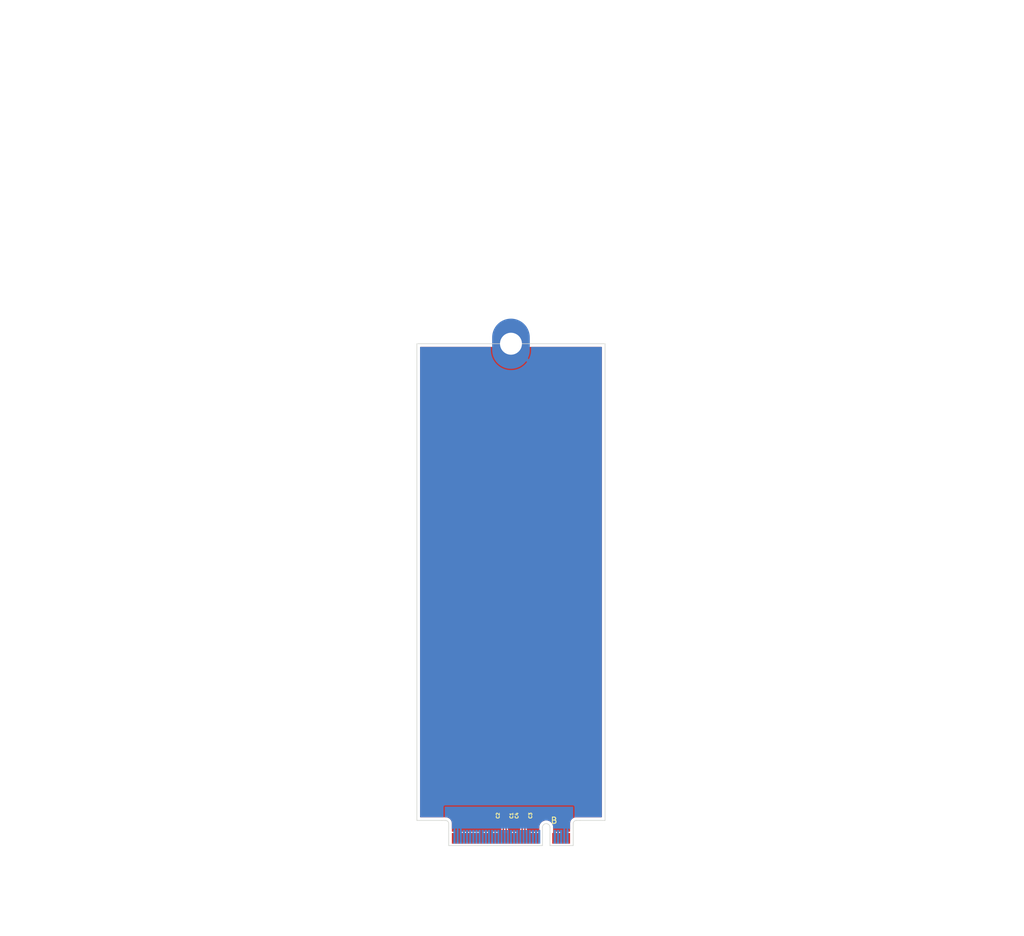
<source format=kicad_pcb>
(kicad_pcb (version 20241229) (generator "pcbnew") (generator_version "9.0")
  (layers (0 "F.Cu" signal) (2 "B.Cu" signal) (13 "F.Paste" user) (15 "B.Paste" user) (5 "F.SilkS" user "F.Silkscreen") (7 "B.SilkS" user "B.Silkscreen") (1 "F.Mask" user) (3 "B.Mask" user) (25 "Edge.Cuts" user))
  (net 0 "")
  (net 1 "/M.2 B key/PET1N")
  (net 2 "/M.2 B key/PET1P")
  (net 3 "/M.2 B key/PET0P")
  (net 4 "/M.2 B key/PET0N")
  (net 5 "/PET1-")
  (net 6 "/PET0-")
  (net 7 "/CONFIG_3")
  (net 8 "+3.3V")
  (net 9 "GND")
  (net 10 "/FULL_CARD_PWR_OFF#")
  (net 11 "/USB_D+")
  (net 12 "/W_DISABLE1#")
  (net 13 "/USB_D-")
  (net 14 "/GPIO_9{slash}LED#1")
  (net 15 "/GPIO_5")
  (net 16 "/CONFIG_0")
  (net 17 "/GPIO_6")
  (net 18 "/DPR")
  (net 19 "/GPIO_7")
  (net 20 "/GPIO_11")
  (net 21 "/GPIO_10")
  (net 22 "/GPIO_8")
  (net 23 "/UIM-RESET")
  (net 24 "/UIM-CLK")
  (net 25 "/UIM-DATA")
  (net 26 "/PER1-")
  (net 27 "/UIM-PWR")
  (net 28 "/PER1+")
  (net 29 "/DEVSLP")
  (net 30 "/GPIO_0")
  (net 31 "/GPIO_1")
  (net 32 "/GPIO_2")
  (net 33 "/GPIO_3")
  (net 34 "/PER0-")
  (net 35 "/GPIO_4")
  (net 36 "/PER0+")
  (net 37 "/PERST#")
  (net 38 "/CLKREQ#")
  (net 39 "/REFCLK-")
  (net 40 "/PEWAKE#")
  (net 41 "/REFCLK+")
  (net 44 "/ANTCTL0")
  (net 46 "/ANTCTL1")
  (net 48 "/ANTCTL2")
  (net 50 "/ANTCTL3")
  (net 51 "/SIM_DETECT")
  (net 52 "/RESET#")
  (net 53 "/SUSCLK")
  (net 54 "/CONFIG_1")
  (net 55 "/CONFIG_2")
  (net 56 "/PET0+")
  (net 57 "/PET1+")
  (footprint "Capacitor_SMD:C_0201_0603Metric" (layer "F.Cu") (at 107.66 150.41 90)
    (property "Reference" "C2" (at 0 -0.73 90) (layer "F.SilkS") (effects (font (size 0.5 0.5))))
    (property "Value" "220nF")
    (pad "1" smd roundrect (at -0.32 0 90) (size 0.46 0.4) (layers "F.Cu" "F.Mask") (net 3 "/M.2 B key/PET0P"))
    (pad "2" smd roundrect (at 0.32 0 90) (size 0.46 0.4) (layers "F.Cu" "F.Mask") (net 56 "/PET0+"))
  )
  (footprint "Capacitor_SMD:C_0201_0603Metric" (layer "F.Cu") (at 111.36 150.41 90)
    (property "Reference" "C3" (at 0 0.75 90) (layer "F.SilkS") (effects (font (size 0.5 0.5))))
    (property "Value" "220nF")
    (pad "1" smd roundrect (at -0.32 0 90) (size 0.46 0.4) (layers "F.Cu" "F.Mask") (net 1 "/M.2 B key/PET1N"))
    (pad "2" smd roundrect (at 0.32 0 90) (size 0.46 0.4) (layers "F.Cu" "F.Mask") (net 5 "/PET1-"))
  )
  (footprint "Capacitor_SMD:C_0201_0603Metric" (layer "F.Cu") (at 108.36 150.41 90)
    (property "Reference" "C1" (at 0 0.73 270) (layer "F.SilkS") (effects (font (size 0.5 0.5))))
    (property "Value" "220nF")
    (pad "1" smd roundrect (at -0.32 0 90) (size 0.46 0.4) (layers "F.Cu" "F.Mask") (net 4 "/M.2 B key/PET0N"))
    (pad "2" smd roundrect (at 0.32 0 90) (size 0.46 0.4) (layers "F.Cu" "F.Mask") (net 6 "/PET0-"))
  )
  (footprint "PCIexpress:M.2 B Key Connector" (layer "F.Cu") (at 109.01 154.07)
    (property "Reference" "J1")
    (property "Value" "~")
    (fp_line (start -11 -2.89) (end -10.425 -2.89) (stroke (width 0.1)) (layer "Edge.Cuts"))
    (fp_line (start -9.925 -2.39) (end -9.925 1.11) (stroke (width 0.1)) (layer "Edge.Cuts"))
    (fp_line (start 5.02 -1.79) (end 5.02 1.11) (stroke (width 0.1)) (layer "Edge.Cuts"))
    (fp_line (start 5.02 1.11) (end -9.925 1.11) (stroke (width 0.1)) (layer "Edge.Cuts"))
    (fp_line (start 6.22 -1.79) (end 6.22 1.11) (stroke (width 0.1)) (layer "Edge.Cuts"))
    (fp_line (start 6.225333 1.11) (end 9.925 1.11) (stroke (width 0.1)) (layer "Edge.Cuts"))
    (fp_line (start 9.925 -2.39) (end 9.925 1.11) (stroke (width 0.1)) (layer "Edge.Cuts"))
    (fp_line (start 10.425 -2.89) (end 11 -2.89) (stroke (width 0.1)) (layer "Edge.Cuts"))
    (fp_arc (start -10.425 -2.89) (mid -10.071447 -2.743553) (end -9.925 -2.39) (stroke (width 0.1)) (layer "Edge.Cuts"))
    (fp_arc (start 5.02 -1.79) (mid 5.62 -2.39) (end 6.22 -1.79) (stroke (width 0.1)) (layer "Edge.Cuts"))
    (fp_arc (start 9.925 -2.39) (mid 10.071447 -2.743553) (end 10.425 -2.89) (stroke (width 0.1)) (layer "Edge.Cuts"))
    (fp_text user "B" (at 6.27 -2.3 0) (layer "F.SilkS") (effects (justify left bottom)))
    (pad "1" smd rect (at 9.25 -0.04 180) (size 0.35 1.7) (layers "F.Cu") (net 7 "/CONFIG_3"))
    (pad "2" smd rect (at 9 -0.29 180) (size 0.35 2.2) (layers "B.Cu") (net 8 "+3.3V"))
    (pad "3" smd rect (at 8.75 -0.04 180) (size 0.35 1.7) (layers "F.Cu") (net 9 "GND"))
    (pad "4" smd rect (at 8.5 -0.29 180) (size 0.35 2.2) (layers "B.Cu") (net 8 "+3.3V"))
    (pad "5" smd rect (at 8.25 -0.04 180) (size 0.35 1.7) (layers "F.Cu") (net 9 "GND"))
    (pad "6" smd rect (at 8 -0.29 180) (size 0.35 2.2) (layers "B.Cu") (net 10 "/FULL_CARD_PWR_OFF#"))
    (pad "7" smd rect (at 7.75 -0.04 180) (size 0.35 1.7) (layers "F.Cu") (net 11 "/USB_D+"))
    (pad "8" smd rect (at 7.5 -0.29 180) (size 0.35 2.2) (layers "B.Cu") (net 12 "/W_DISABLE1#"))
    (pad "9" smd rect (at 7.25 -0.04 180) (size 0.35 1.7) (layers "F.Cu") (net 13 "/USB_D-"))
    (pad "10" smd rect (at 7 -0.29 180) (size 0.35 2.2) (layers "B.Cu") (net 14 "/GPIO_9{slash}LED#1"))
    (pad "11" smd rect (at 6.75 -0.04 180) (size 0.35 1.7) (layers "F.Cu") (net 9 "GND"))
    (pad "20" smd rect (at 4.5 -0.29 180) (size 0.35 2.2) (layers "B.Cu") (net 15 "/GPIO_5"))
    (pad "21" smd rect (at 4.25 -0.04 180) (size 0.35 1.7) (layers "F.Cu") (net 16 "/CONFIG_0"))
    (pad "22" smd rect (at 4 -0.29 180) (size 0.35 2.2) (layers "B.Cu") (net 17 "/GPIO_6"))
    (pad "23" smd rect (at 3.75 -0.04 180) (size 0.35 1.7) (layers "F.Cu") (net 18 "/DPR"))
    (pad "24" smd rect (at 3.5 -0.29 180) (size 0.35 2.2) (layers "B.Cu") (net 19 "/GPIO_7"))
    (pad "25" smd rect (at 3.25 -0.04 180) (size 0.35 1.7) (layers "F.Cu") (net 20 "/GPIO_11"))
    (pad "26" smd rect (at 3 -0.29 180) (size 0.35 2.2) (layers "B.Cu") (net 21 "/GPIO_10"))
    (pad "27" smd rect (at 2.75 -0.04 180) (size 0.35 1.7) (layers "F.Cu") (net 9 "GND"))
    (pad "28" smd rect (at 2.5 -0.29 180) (size 0.35 2.2) (layers "B.Cu") (net 22 "/GPIO_8"))
    (pad "29" smd rect (at 2.25 -0.04 180) (size 0.35 1.7) (layers "F.Cu") (net 1 "/M.2 B key/PET1N"))
    (pad "30" smd rect (at 2 -0.29 180) (size 0.35 2.2) (layers "B.Cu") (net 23 "/UIM-RESET"))
    (pad "31" smd rect (at 1.75 -0.04 180) (size 0.35 1.7) (layers "F.Cu") (net 2 "/M.2 B key/PET1P"))
    (pad "32" smd rect (at 1.5 -0.29 180) (size 0.35 2.2) (layers "B.Cu") (net 24 "/UIM-CLK"))
    (pad "33" smd rect (at 1.25 -0.04 180) (size 0.35 1.7) (layers "F.Cu") (net 9 "GND"))
    (pad "34" smd rect (at 1 -0.29 180) (size 0.35 2.2) (layers "B.Cu") (net 25 "/UIM-DATA"))
    (pad "35" smd rect (at 0.75 -0.04 180) (size 0.35 1.7) (layers "F.Cu") (net 26 "/PER1-"))
    (pad "36" smd rect (at 0.5 -0.29 180) (size 0.35 2.2) (layers "B.Cu") (net 27 "/UIM-PWR"))
    (pad "37" smd rect (at 0.25 -0.04 180) (size 0.35 1.7) (layers "F.Cu") (net 28 "/PER1+"))
    (pad "38" smd rect (at 0 -0.29 180) (size 0.35 2.2) (layers "B.Cu") (net 29 "/DEVSLP"))
    (pad "39" smd rect (at -0.25 -0.04 180) (size 0.35 1.7) (layers "F.Cu") (net 9 "GND"))
    (pad "40" smd rect (at -0.5 -0.29 180) (size 0.35 2.2) (layers "B.Cu") (net 30 "/GPIO_0"))
    (pad "41" smd rect (at -0.75 -0.04 180) (size 0.35 1.7) (layers "F.Cu") (net 4 "/M.2 B key/PET0N"))
    (pad "42" smd rect (at -1 -0.29 180) (size 0.35 2.2) (layers "B.Cu") (net 31 "/GPIO_1"))
    (pad "43" smd rect (at -1.25 -0.04 180) (size 0.35 1.7) (layers "F.Cu") (net 3 "/M.2 B key/PET0P"))
    (pad "44" smd rect (at -1.5 -0.29 180) (size 0.35 2.2) (layers "B.Cu") (net 32 "/GPIO_2"))
    (pad "45" smd rect (at -1.75 -0.04 180) (size 0.35 1.7) (layers "F.Cu") (net 9 "GND"))
    (pad "46" smd rect (at -2 -0.29 180) (size 0.35 2.2) (layers "B.Cu") (net 33 "/GPIO_3"))
    (pad "47" smd rect (at -2.25 -0.04 180) (size 0.35 1.7) (layers "F.Cu") (net 34 "/PER0-"))
    (pad "48" smd rect (at -2.5 -0.29 180) (size 0.35 2.2) (layers "B.Cu") (net 35 "/GPIO_4"))
    (pad "49" smd rect (at -2.75 -0.04 180) (size 0.35 1.7) (layers "F.Cu") (net 36 "/PER0+"))
    (pad "50" smd rect (at -3 -0.29 180) (size 0.35 2.2) (layers "B.Cu") (net 37 "/PERST#"))
    (pad "51" smd rect (at -3.25 -0.04 180) (size 0.35 1.7) (layers "F.Cu") (net 9 "GND"))
    (pad "52" smd rect (at -3.5 -0.29 180) (size 0.35 2.2) (layers "B.Cu") (net 38 "/CLKREQ#"))
    (pad "53" smd rect (at -3.75 -0.04 180) (size 0.35 1.7) (layers "F.Cu") (net 39 "/REFCLK-"))
    (pad "54" smd rect (at -4 -0.29 180) (size 0.35 2.2) (layers "B.Cu") (net 40 "/PEWAKE#"))
    (pad "55" smd rect (at -4.25 -0.04 180) (size 0.35 1.7) (layers "F.Cu") (net 41 "/REFCLK+"))
    (pad "56" smd rect (at -4.5 -0.29 180) (size 0.35 2.2) (layers "B.Cu"))
    (pad "57" smd rect (at -4.75 -0.04 180) (size 0.35 1.7) (layers "F.Cu") (net 9 "GND"))
    (pad "58" smd rect (at -5 -0.29 180) (size 0.35 2.2) (layers "B.Cu"))
    (pad "59" smd rect (at -5.25 -0.04 180) (size 0.35 1.7) (layers "F.Cu") (net 44 "/ANTCTL0"))
    (pad "60" smd rect (at -5.5 -0.29 180) (size 0.35 2.2) (layers "B.Cu"))
    (pad "61" smd rect (at -5.75 -0.04 180) (size 0.35 1.7) (layers "F.Cu") (net 46 "/ANTCTL1"))
    (pad "62" smd rect (at -6 -0.29 180) (size 0.35 2.2) (layers "B.Cu"))
    (pad "63" smd rect (at -6.25 -0.04 180) (size 0.35 1.7) (layers "F.Cu") (net 48 "/ANTCTL2"))
    (pad "64" smd rect (at -6.5 -0.29 180) (size 0.35 2.2) (layers "B.Cu"))
    (pad "65" smd rect (at -6.75 -0.04 180) (size 0.35 1.7) (layers "F.Cu") (net 50 "/ANTCTL3"))
    (pad "66" smd rect (at -7 -0.29 180) (size 0.35 2.2) (layers "B.Cu") (net 51 "/SIM_DETECT"))
    (pad "67" smd rect (at -7.25 -0.04 180) (size 0.35 1.7) (layers "F.Cu") (net 52 "/RESET#"))
    (pad "68" smd rect (at -7.5 -0.29 180) (size 0.35 2.2) (layers "B.Cu") (net 53 "/SUSCLK"))
    (pad "69" smd rect (at -7.75 -0.04 180) (size 0.35 1.7) (layers "F.Cu") (net 54 "/CONFIG_1"))
    (pad "70" smd rect (at -8 -0.29 180) (size 0.35 2.2) (layers "B.Cu") (net 8 "+3.3V"))
    (pad "71" smd rect (at -8.25 -0.04 180) (size 0.35 1.7) (layers "F.Cu") (net 9 "GND"))
    (pad "72" smd rect (at -8.5 -0.29 180) (size 0.35 2.2) (layers "B.Cu") (net 8 "+3.3V"))
    (pad "73" smd rect (at -8.75 -0.04 180) (size 0.35 1.7) (layers "F.Cu") (net 9 "GND"))
    (pad "74" smd rect (at -9 -0.29 180) (size 0.35 2.2) (layers "B.Cu") (net 8 "+3.3V"))
    (pad "75" smd rect (at -9.25 -0.04 180) (size 0.35 1.7) (layers "F.Cu") (net 55 "/CONFIG_2"))
  )
  (footprint "Capacitor_SMD:C_0201_0603Metric" (layer "F.Cu") (at 110.66 150.41 90)
    (property "Reference" "C4" (at 0 -0.72 90) (layer "F.SilkS") (effects (font (size 0.5 0.5))))
    (property "Value" "220nF")
    (pad "1" smd roundrect (at -0.32 0 90) (size 0.46 0.4) (layers "F.Cu" "F.Mask") (net 2 "/M.2 B key/PET1P"))
    (pad "2" smd roundrect (at 0.32 0 90) (size 0.46 0.4) (layers "F.Cu" "F.Mask") (net 57 "/PET1+"))
  )
  (footprint "Athena KiCAd library:M.2 Mounting Pad" (layer "F.Cu") (at 109.01 75.18)
    (property "Reference" "H1")
    (property "Value" "MountingHole_Pad")
    (pad "1" thru_hole circle (at 0 0) (size 5.5 5.5) (drill 3.5) (property pad_prop_castellated) (layers "*.Cu" "*.Mask") (net 9 "GND") (padstack (mode front_inner_back) (layer "Inner" (shape circle) (size 5.5 5.5)) (layer "B.Cu" (shape oval) (size 6 8))))
  )
  (gr_line (start 98.01 151.18) (end 94.01 151.18) (stroke (width 0.1)) (layer "Edge.Cuts"))
  (gr_line (start 94.01 75.18) (end 94.01 151.18) (stroke (width 0.1)) (layer "Edge.Cuts"))
  (gr_line (start 120.01 151.18) (end 124.01 151.18) (stroke (width 0.1)) (layer "Edge.Cuts"))
  (gr_line (start 124.01 75.18) (end 94.01 75.18) (stroke (width 0.1)) (layer "Edge.Cuts"))
  (gr_line (start 124.01 151.18) (end 124.01 75.18) (stroke (width 0.1)) (layer "Edge.Cuts"))
  (segment (start 111.26 154.03) (end 111.26 152.754999) (width 0.2) (layer "F.Cu") (net 1))
  (segment (start 111.235 151.200001) (end 111.36 151.075001) (width 0.2) (layer "F.Cu") (net 1))
  (segment (start 111.36 151.075001) (end 111.36 150.73) (width 0.2) (layer "F.Cu") (net 1))
  (segment (start 111.235 152.729999) (end 111.235 151.200001) (width 0.2) (layer "F.Cu") (net 1))
  (segment (start 111.26 152.754999) (end 111.235 152.729999) (width 0.2) (layer "F.Cu") (net 1))
  (segment (start 110.66 151.075001) (end 110.66 150.73) (width 0.2) (layer "F.Cu") (net 2))
  (segment (start 110.785 151.200001) (end 110.66 151.075001) (width 0.2) (layer "F.Cu") (net 2))
  (segment (start 110.76 154.03) (end 110.76 152.754999) (width 0.2) (layer "F.Cu") (net 2))
  (segment (start 110.785 152.729999) (end 110.785 151.200001) (width 0.2) (layer "F.Cu") (net 2))
  (segment (start 110.76 152.754999) (end 110.785 152.729999) (width 0.2) (layer "F.Cu") (net 2))
  (segment (start 107.785 151.200001) (end 107.66 151.075001) (width 0.2) (layer "F.Cu") (net 3))
  (segment (start 107.785 152.729999) (end 107.785 151.200001) (width 0.2) (layer "F.Cu") (net 3))
  (segment (start 107.76 154.03) (end 107.76 152.754999) (width 0.2) (layer "F.Cu") (net 3))
  (segment (start 107.66 151.075001) (end 107.66 150.73) (width 0.2) (layer "F.Cu") (net 3))
  (segment (start 107.76 152.754999) (end 107.785 152.729999) (width 0.2) (layer "F.Cu") (net 3))
  (segment (start 108.235 151.200001) (end 108.36 151.075001) (width 0.2) (layer "F.Cu") (net 4))
  (segment (start 108.235 152.729999) (end 108.235 151.200001) (width 0.2) (layer "F.Cu") (net 4))
  (segment (start 108.26 154.03) (end 108.26 152.754999) (width 0.2) (layer "F.Cu") (net 4))
  (segment (start 108.26 152.754999) (end 108.235 152.729999) (width 0.2) (layer "F.Cu") (net 4))
  (segment (start 108.36 151.075001) (end 108.36 150.73) (width 0.2) (layer "F.Cu") (net 4))
  (zone (net 9) (net_name "GND") (layers "F.Cu" "B.Cu") (connect_pads (clearance 0.15)) (min_thickness 0.15) (fill yes (thermal_gap 0.2) (thermal_bridge_width 0.5))
    (polygon (pts (xy 94.01 153.42) (xy 94.01 45.18) (xy 124.01 45.18) (xy 124.01 153.42)))
  )
  (zone (net 8) (net_name "+3.3V") (layer "B.Cu") (priority 1) (connect_pads (clearance 0.2)) (min_thickness 0.1) (fill yes (thermal_gap 0.2) (thermal_bridge_width 0.25))
    (polygon (pts (xy 118.93 153.36) (xy 118.93 148.995) (xy 118.915 148.98) (xy 98.46 148.98) (xy 98.46 153.61) (xy 118.68 153.61)))
  )
)
</source>
